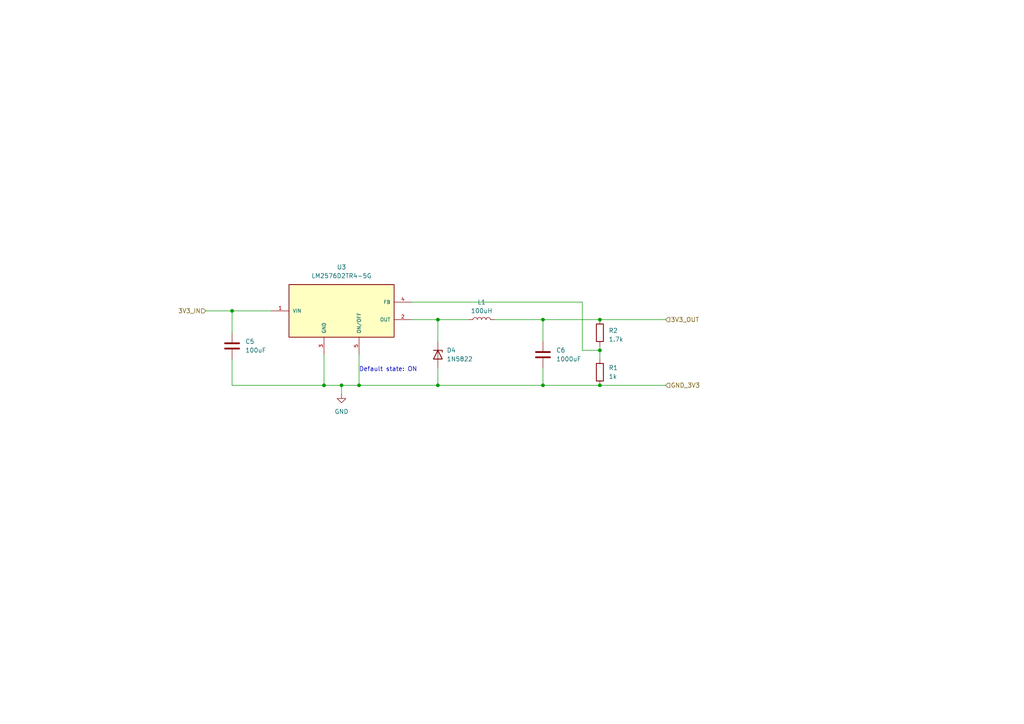
<source format=kicad_sch>
(kicad_sch (version 20230121) (generator eeschema)

  (uuid fb9c0a7f-9357-4781-9897-3e5f500111bb)

  (paper "A4")

  (lib_symbols
    (symbol "Device:C" (pin_numbers hide) (pin_names (offset 0.254)) (in_bom yes) (on_board yes)
      (property "Reference" "C" (at 0.635 2.54 0)
        (effects (font (size 1.27 1.27)) (justify left))
      )
      (property "Value" "C" (at 0.635 -2.54 0)
        (effects (font (size 1.27 1.27)) (justify left))
      )
      (property "Footprint" "" (at 0.9652 -3.81 0)
        (effects (font (size 1.27 1.27)) hide)
      )
      (property "Datasheet" "~" (at 0 0 0)
        (effects (font (size 1.27 1.27)) hide)
      )
      (property "ki_keywords" "cap capacitor" (at 0 0 0)
        (effects (font (size 1.27 1.27)) hide)
      )
      (property "ki_description" "Unpolarized capacitor" (at 0 0 0)
        (effects (font (size 1.27 1.27)) hide)
      )
      (property "ki_fp_filters" "C_*" (at 0 0 0)
        (effects (font (size 1.27 1.27)) hide)
      )
      (symbol "C_0_1"
        (polyline
          (pts
            (xy -2.032 -0.762)
            (xy 2.032 -0.762)
          )
          (stroke (width 0.508) (type default))
          (fill (type none))
        )
        (polyline
          (pts
            (xy -2.032 0.762)
            (xy 2.032 0.762)
          )
          (stroke (width 0.508) (type default))
          (fill (type none))
        )
      )
      (symbol "C_1_1"
        (pin passive line (at 0 3.81 270) (length 2.794)
          (name "~" (effects (font (size 1.27 1.27))))
          (number "1" (effects (font (size 1.27 1.27))))
        )
        (pin passive line (at 0 -3.81 90) (length 2.794)
          (name "~" (effects (font (size 1.27 1.27))))
          (number "2" (effects (font (size 1.27 1.27))))
        )
      )
    )
    (symbol "Device:D_Zener" (pin_numbers hide) (pin_names (offset 1.016) hide) (in_bom yes) (on_board yes)
      (property "Reference" "D" (at 0 2.54 0)
        (effects (font (size 1.27 1.27)))
      )
      (property "Value" "D_Zener" (at 0 -2.54 0)
        (effects (font (size 1.27 1.27)))
      )
      (property "Footprint" "" (at 0 0 0)
        (effects (font (size 1.27 1.27)) hide)
      )
      (property "Datasheet" "~" (at 0 0 0)
        (effects (font (size 1.27 1.27)) hide)
      )
      (property "ki_keywords" "diode" (at 0 0 0)
        (effects (font (size 1.27 1.27)) hide)
      )
      (property "ki_description" "Zener diode" (at 0 0 0)
        (effects (font (size 1.27 1.27)) hide)
      )
      (property "ki_fp_filters" "TO-???* *_Diode_* *SingleDiode* D_*" (at 0 0 0)
        (effects (font (size 1.27 1.27)) hide)
      )
      (symbol "D_Zener_0_1"
        (polyline
          (pts
            (xy 1.27 0)
            (xy -1.27 0)
          )
          (stroke (width 0) (type default))
          (fill (type none))
        )
        (polyline
          (pts
            (xy -1.27 -1.27)
            (xy -1.27 1.27)
            (xy -0.762 1.27)
          )
          (stroke (width 0.254) (type default))
          (fill (type none))
        )
        (polyline
          (pts
            (xy 1.27 -1.27)
            (xy 1.27 1.27)
            (xy -1.27 0)
            (xy 1.27 -1.27)
          )
          (stroke (width 0.254) (type default))
          (fill (type none))
        )
      )
      (symbol "D_Zener_1_1"
        (pin passive line (at -3.81 0 0) (length 2.54)
          (name "K" (effects (font (size 1.27 1.27))))
          (number "1" (effects (font (size 1.27 1.27))))
        )
        (pin passive line (at 3.81 0 180) (length 2.54)
          (name "A" (effects (font (size 1.27 1.27))))
          (number "2" (effects (font (size 1.27 1.27))))
        )
      )
    )
    (symbol "Device:L" (pin_numbers hide) (pin_names (offset 1.016) hide) (in_bom yes) (on_board yes)
      (property "Reference" "L" (at -1.27 0 90)
        (effects (font (size 1.27 1.27)))
      )
      (property "Value" "L" (at 1.905 0 90)
        (effects (font (size 1.27 1.27)))
      )
      (property "Footprint" "" (at 0 0 0)
        (effects (font (size 1.27 1.27)) hide)
      )
      (property "Datasheet" "~" (at 0 0 0)
        (effects (font (size 1.27 1.27)) hide)
      )
      (property "ki_keywords" "inductor choke coil reactor magnetic" (at 0 0 0)
        (effects (font (size 1.27 1.27)) hide)
      )
      (property "ki_description" "Inductor" (at 0 0 0)
        (effects (font (size 1.27 1.27)) hide)
      )
      (property "ki_fp_filters" "Choke_* *Coil* Inductor_* L_*" (at 0 0 0)
        (effects (font (size 1.27 1.27)) hide)
      )
      (symbol "L_0_1"
        (arc (start 0 -2.54) (mid 0.6323 -1.905) (end 0 -1.27)
          (stroke (width 0) (type default))
          (fill (type none))
        )
        (arc (start 0 -1.27) (mid 0.6323 -0.635) (end 0 0)
          (stroke (width 0) (type default))
          (fill (type none))
        )
        (arc (start 0 0) (mid 0.6323 0.635) (end 0 1.27)
          (stroke (width 0) (type default))
          (fill (type none))
        )
        (arc (start 0 1.27) (mid 0.6323 1.905) (end 0 2.54)
          (stroke (width 0) (type default))
          (fill (type none))
        )
      )
      (symbol "L_1_1"
        (pin passive line (at 0 3.81 270) (length 1.27)
          (name "1" (effects (font (size 1.27 1.27))))
          (number "1" (effects (font (size 1.27 1.27))))
        )
        (pin passive line (at 0 -3.81 90) (length 1.27)
          (name "2" (effects (font (size 1.27 1.27))))
          (number "2" (effects (font (size 1.27 1.27))))
        )
      )
    )
    (symbol "Device:R" (pin_numbers hide) (pin_names (offset 0)) (in_bom yes) (on_board yes)
      (property "Reference" "R" (at 2.032 0 90)
        (effects (font (size 1.27 1.27)))
      )
      (property "Value" "R" (at 0 0 90)
        (effects (font (size 1.27 1.27)))
      )
      (property "Footprint" "" (at -1.778 0 90)
        (effects (font (size 1.27 1.27)) hide)
      )
      (property "Datasheet" "~" (at 0 0 0)
        (effects (font (size 1.27 1.27)) hide)
      )
      (property "ki_keywords" "R res resistor" (at 0 0 0)
        (effects (font (size 1.27 1.27)) hide)
      )
      (property "ki_description" "Resistor" (at 0 0 0)
        (effects (font (size 1.27 1.27)) hide)
      )
      (property "ki_fp_filters" "R_*" (at 0 0 0)
        (effects (font (size 1.27 1.27)) hide)
      )
      (symbol "R_0_1"
        (rectangle (start -1.016 -2.54) (end 1.016 2.54)
          (stroke (width 0.254) (type default))
          (fill (type none))
        )
      )
      (symbol "R_1_1"
        (pin passive line (at 0 3.81 270) (length 1.27)
          (name "~" (effects (font (size 1.27 1.27))))
          (number "1" (effects (font (size 1.27 1.27))))
        )
        (pin passive line (at 0 -3.81 90) (length 1.27)
          (name "~" (effects (font (size 1.27 1.27))))
          (number "2" (effects (font (size 1.27 1.27))))
        )
      )
    )
    (symbol "FCPB_Parts:LM2576D2TR4-5G" (pin_names (offset 1.016)) (in_bom yes) (on_board yes)
      (property "Reference" "U" (at -17.8054 -20.3454 0)
        (effects (font (size 1.27 1.27)) (justify left bottom))
      )
      (property "Value" "LM2576D2TR4-5G" (at -17.8054 -22.8854 0)
        (effects (font (size 1.27 1.27)) (justify left bottom))
      )
      (property "Footprint" "D2PAK-5" (at 0 0 0)
        (effects (font (size 1.27 1.27)) (justify left bottom) hide)
      )
      (property "Datasheet" "" (at 0 0 0)
        (effects (font (size 1.27 1.27)) (justify left bottom) hide)
      )
      (property "ki_locked" "" (at 0 0 0)
        (effects (font (size 1.27 1.27)))
      )
      (symbol "LM2576D2TR4-5G_0_0"
        (rectangle (start -15.24 -7.62) (end 15.24 7.62)
          (stroke (width 0.254) (type solid))
          (fill (type background))
        )
        (pin input line (at -20.32 0 0) (length 5.08)
          (name "VIN" (effects (font (size 1.016 1.016))))
          (number "1" (effects (font (size 1.016 1.016))))
        )
        (pin output line (at 20.32 -2.54 180) (length 5.08)
          (name "OUT" (effects (font (size 1.016 1.016))))
          (number "2" (effects (font (size 1.016 1.016))))
        )
        (pin passive line (at -5.08 -12.7 90) (length 5.08)
          (name "GND" (effects (font (size 1.016 1.016))))
          (number "3" (effects (font (size 1.016 1.016))))
        )
        (pin output line (at 20.32 2.54 180) (length 5.08)
          (name "FB" (effects (font (size 1.016 1.016))))
          (number "4" (effects (font (size 1.016 1.016))))
        )
        (pin input line (at 5.08 -12.7 90) (length 5.08)
          (name "ON/OFF" (effects (font (size 1.016 1.016))))
          (number "5" (effects (font (size 1.016 1.016))))
        )
      )
    )
    (symbol "power:GND" (power) (pin_names (offset 0)) (in_bom yes) (on_board yes)
      (property "Reference" "#PWR" (at 0 -6.35 0)
        (effects (font (size 1.27 1.27)) hide)
      )
      (property "Value" "GND" (at 0 -3.81 0)
        (effects (font (size 1.27 1.27)))
      )
      (property "Footprint" "" (at 0 0 0)
        (effects (font (size 1.27 1.27)) hide)
      )
      (property "Datasheet" "" (at 0 0 0)
        (effects (font (size 1.27 1.27)) hide)
      )
      (property "ki_keywords" "global power" (at 0 0 0)
        (effects (font (size 1.27 1.27)) hide)
      )
      (property "ki_description" "Power symbol creates a global label with name \"GND\" , ground" (at 0 0 0)
        (effects (font (size 1.27 1.27)) hide)
      )
      (symbol "GND_0_1"
        (polyline
          (pts
            (xy 0 0)
            (xy 0 -1.27)
            (xy 1.27 -1.27)
            (xy 0 -2.54)
            (xy -1.27 -1.27)
            (xy 0 -1.27)
          )
          (stroke (width 0) (type default))
          (fill (type none))
        )
      )
      (symbol "GND_1_1"
        (pin power_in line (at 0 0 270) (length 0) hide
          (name "GND" (effects (font (size 1.27 1.27))))
          (number "1" (effects (font (size 1.27 1.27))))
        )
      )
    )
  )

  (junction (at 127 111.76) (diameter 0) (color 0 0 0 0)
    (uuid 1da83381-8924-43f6-8c01-0fdd981e0a3e)
  )
  (junction (at 157.48 92.71) (diameter 0) (color 0 0 0 0)
    (uuid 309b71d7-a11b-499d-8439-0d953225b424)
  )
  (junction (at 93.98 111.76) (diameter 0) (color 0 0 0 0)
    (uuid 40257d90-474c-4e63-8ab1-a1c7dce4bf2b)
  )
  (junction (at 104.14 111.76) (diameter 0) (color 0 0 0 0)
    (uuid 52858e7b-8ebb-4cb7-9ad2-40fb80e94d87)
  )
  (junction (at 173.99 111.76) (diameter 0) (color 0 0 0 0)
    (uuid 554e2130-83ca-4246-aeca-064ad1b08a80)
  )
  (junction (at 99.06 111.76) (diameter 0) (color 0 0 0 0)
    (uuid 774dd381-f705-4777-957c-97b50c346c16)
  )
  (junction (at 173.99 92.71) (diameter 0) (color 0 0 0 0)
    (uuid 83e0236e-9286-4d29-a8ba-7b5f6b3512ec)
  )
  (junction (at 157.48 111.76) (diameter 0) (color 0 0 0 0)
    (uuid 914440ad-bf9b-4426-b47a-fffa40e3b7fe)
  )
  (junction (at 127 92.71) (diameter 0) (color 0 0 0 0)
    (uuid a94ff863-260b-44d1-b6e8-5de3eb98b142)
  )
  (junction (at 173.99 101.6) (diameter 0) (color 0 0 0 0)
    (uuid af57ff69-379d-40a3-9156-f339d252b6e2)
  )
  (junction (at 67.31 90.17) (diameter 0) (color 0 0 0 0)
    (uuid c0869b4b-86f4-486c-ac48-fa2732bed805)
  )

  (wire (pts (xy 157.48 111.76) (xy 127 111.76))
    (stroke (width 0) (type default))
    (uuid 02d7ff43-82b6-41c6-a2b2-69ab09304233)
  )
  (wire (pts (xy 157.48 111.76) (xy 173.99 111.76))
    (stroke (width 0) (type default))
    (uuid 0947bc34-40dc-4fce-bef1-4d6370ad3742)
  )
  (wire (pts (xy 157.48 106.68) (xy 157.48 111.76))
    (stroke (width 0) (type default))
    (uuid 2017af12-81f0-4838-bb75-5c52d1bb716d)
  )
  (wire (pts (xy 104.14 102.87) (xy 104.14 111.76))
    (stroke (width 0) (type default))
    (uuid 23aa9ee3-6bc0-4e15-8edc-c09422d45815)
  )
  (wire (pts (xy 157.48 92.71) (xy 157.48 99.06))
    (stroke (width 0) (type default))
    (uuid 25c3c91d-d316-4972-b0a4-ce58e5041209)
  )
  (wire (pts (xy 173.99 92.71) (xy 193.04 92.71))
    (stroke (width 0) (type default))
    (uuid 2a8677bd-f925-4844-a136-bd5aa304d8cc)
  )
  (wire (pts (xy 143.51 92.71) (xy 157.48 92.71))
    (stroke (width 0) (type default))
    (uuid 2faf0868-3347-4918-9130-8f4f09a3caed)
  )
  (wire (pts (xy 99.06 111.76) (xy 104.14 111.76))
    (stroke (width 0) (type default))
    (uuid 344f081a-d76c-42a3-87ec-32280ad41630)
  )
  (wire (pts (xy 93.98 111.76) (xy 67.31 111.76))
    (stroke (width 0) (type default))
    (uuid 381d9457-6d80-4c47-b874-bc2bd061df9f)
  )
  (wire (pts (xy 67.31 104.14) (xy 67.31 111.76))
    (stroke (width 0) (type default))
    (uuid 510d0f16-4159-4146-a747-1aad2bee08bc)
  )
  (wire (pts (xy 173.99 100.33) (xy 173.99 101.6))
    (stroke (width 0) (type default))
    (uuid 6771486b-ca50-43c8-9f57-b78295b99a2e)
  )
  (wire (pts (xy 127 92.71) (xy 135.89 92.71))
    (stroke (width 0) (type default))
    (uuid 69afd641-ecb2-4d27-9f8b-000ebd04b59c)
  )
  (wire (pts (xy 173.99 111.76) (xy 193.04 111.76))
    (stroke (width 0) (type default))
    (uuid 6a203832-fa65-465a-9340-7c9d141bb700)
  )
  (wire (pts (xy 168.91 87.63) (xy 168.91 101.6))
    (stroke (width 0) (type default))
    (uuid 6e41c44e-2777-4539-a1f4-c11cd69098a3)
  )
  (wire (pts (xy 157.48 92.71) (xy 173.99 92.71))
    (stroke (width 0) (type default))
    (uuid 6e7d37b6-ca39-467c-b6bd-cb78285b36dd)
  )
  (wire (pts (xy 119.38 87.63) (xy 168.91 87.63))
    (stroke (width 0) (type default))
    (uuid 8a47c373-b8c7-4ea0-bc4b-003396a45009)
  )
  (wire (pts (xy 173.99 101.6) (xy 173.99 104.14))
    (stroke (width 0) (type default))
    (uuid 989f858e-7d69-4df6-8bc9-e9205068a143)
  )
  (wire (pts (xy 127 92.71) (xy 127 99.06))
    (stroke (width 0) (type default))
    (uuid 990b917d-2d6a-4723-a683-fc66119978cc)
  )
  (wire (pts (xy 67.31 90.17) (xy 78.74 90.17))
    (stroke (width 0) (type default))
    (uuid a1c9d827-a968-4a01-b741-e51e8efb6db7)
  )
  (wire (pts (xy 67.31 90.17) (xy 67.31 96.52))
    (stroke (width 0) (type default))
    (uuid a3925981-68fc-413d-a730-8c58230a076b)
  )
  (wire (pts (xy 93.98 102.87) (xy 93.98 111.76))
    (stroke (width 0) (type default))
    (uuid a993eeea-b98b-4823-942c-dbdc693aad07)
  )
  (wire (pts (xy 59.69 90.17) (xy 67.31 90.17))
    (stroke (width 0) (type default))
    (uuid bbdf4616-c033-4331-a5e2-3b06853a0267)
  )
  (wire (pts (xy 99.06 111.76) (xy 93.98 111.76))
    (stroke (width 0) (type default))
    (uuid c13ab7f0-05a0-4ece-819f-940f8173b2fa)
  )
  (wire (pts (xy 104.14 111.76) (xy 127 111.76))
    (stroke (width 0) (type default))
    (uuid c362aca7-ce3a-470d-9a9c-3c7b155d5318)
  )
  (wire (pts (xy 127 106.68) (xy 127 111.76))
    (stroke (width 0) (type default))
    (uuid c75e63f4-664a-42b6-8441-58a537fcc421)
  )
  (wire (pts (xy 168.91 101.6) (xy 173.99 101.6))
    (stroke (width 0) (type default))
    (uuid f0823178-c3ba-4bac-aebe-018edbebca2b)
  )
  (wire (pts (xy 119.38 92.71) (xy 127 92.71))
    (stroke (width 0) (type default))
    (uuid f1abf092-e748-4481-9c19-07effae96029)
  )
  (wire (pts (xy 99.06 111.76) (xy 99.06 114.3))
    (stroke (width 0) (type default))
    (uuid f986ed61-c78f-4c52-88a1-f545fae4e3bf)
  )

  (text "Default state: ON\n" (at 104.14 107.95 0)
    (effects (font (size 1.27 1.27)) (justify left bottom))
    (uuid 8cce2cce-a01e-4a7f-8cf2-6d8332cd7318)
  )

  (hierarchical_label "3V3_IN" (shape input) (at 59.69 90.17 180) (fields_autoplaced)
    (effects (font (size 1.27 1.27)) (justify right))
    (uuid 2289e68f-76f9-4654-92fb-429b523838a4)
  )
  (hierarchical_label "GND_3V3" (shape input) (at 193.04 111.76 0) (fields_autoplaced)
    (effects (font (size 1.27 1.27)) (justify left))
    (uuid 7f2d0478-c9e4-4157-b805-318deead338a)
  )
  (hierarchical_label "3V3_OUT" (shape input) (at 193.04 92.71 0) (fields_autoplaced)
    (effects (font (size 1.27 1.27)) (justify left))
    (uuid b257ddd2-54f1-4fbd-b60b-6e1e129db832)
  )

  (symbol (lib_id "power:GND") (at 99.06 114.3 0) (unit 1)
    (in_bom yes) (on_board yes) (dnp no) (fields_autoplaced)
    (uuid 2b19a63e-69f6-4347-8e20-c12f2bcbf756)
    (property "Reference" "#PWR02" (at 99.06 120.65 0)
      (effects (font (size 1.27 1.27)) hide)
    )
    (property "Value" "GND" (at 99.06 119.38 0)
      (effects (font (size 1.27 1.27)))
    )
    (property "Footprint" "" (at 99.06 114.3 0)
      (effects (font (size 1.27 1.27)) hide)
    )
    (property "Datasheet" "" (at 99.06 114.3 0)
      (effects (font (size 1.27 1.27)) hide)
    )
    (pin "1" (uuid 0c876871-b171-4cc0-b56f-5f2d72ae936d))
    (instances
      (project "FCBoard"
        (path "/7aefa7f6-8562-49e0-9457-229f56bba97d"
          (reference "#PWR02") (unit 1)
        )
        (path "/7aefa7f6-8562-49e0-9457-229f56bba97d/77d9adcb-24d8-4977-9c09-015b5d5133e2"
          (reference "#PWR04") (unit 1)
        )
        (path "/7aefa7f6-8562-49e0-9457-229f56bba97d/9e80fa1a-98b7-4d47-927e-6240f4f10789"
          (reference "#PWR07") (unit 1)
        )
        (path "/7aefa7f6-8562-49e0-9457-229f56bba97d/3c42bada-3291-4532-8c9b-7a05acb6978c"
          (reference "#PWR021") (unit 1)
        )
      )
    )
  )

  (symbol (lib_id "Device:R") (at 173.99 107.95 0) (unit 1)
    (in_bom yes) (on_board yes) (dnp no) (fields_autoplaced)
    (uuid 89f233e2-d466-435a-a0d3-d9acadc5cef3)
    (property "Reference" "R1" (at 176.53 106.68 0)
      (effects (font (size 1.27 1.27)) (justify left))
    )
    (property "Value" "1k" (at 176.53 109.22 0)
      (effects (font (size 1.27 1.27)) (justify left))
    )
    (property "Footprint" "" (at 172.212 107.95 90)
      (effects (font (size 1.27 1.27)) hide)
    )
    (property "Datasheet" "~" (at 173.99 107.95 0)
      (effects (font (size 1.27 1.27)) hide)
    )
    (pin "1" (uuid d12da4ad-496f-4a51-8e73-7f13d3f63349))
    (pin "2" (uuid aa249933-4351-431f-b013-617b77c63161))
    (instances
      (project "FCBoard"
        (path "/7aefa7f6-8562-49e0-9457-229f56bba97d"
          (reference "R1") (unit 1)
        )
        (path "/7aefa7f6-8562-49e0-9457-229f56bba97d/77d9adcb-24d8-4977-9c09-015b5d5133e2"
          (reference "R5") (unit 1)
        )
        (path "/7aefa7f6-8562-49e0-9457-229f56bba97d/9e80fa1a-98b7-4d47-927e-6240f4f10789"
          (reference "R9") (unit 1)
        )
        (path "/7aefa7f6-8562-49e0-9457-229f56bba97d/3c42bada-3291-4532-8c9b-7a05acb6978c"
          (reference "R11") (unit 1)
        )
      )
    )
  )

  (symbol (lib_id "Device:L") (at 139.7 92.71 90) (unit 1)
    (in_bom yes) (on_board yes) (dnp no) (fields_autoplaced)
    (uuid 8c2043eb-28d7-4797-b2a7-004723da9dbf)
    (property "Reference" "L1" (at 139.7 87.63 90)
      (effects (font (size 1.27 1.27)))
    )
    (property "Value" "100uH" (at 139.7 90.17 90)
      (effects (font (size 1.27 1.27)))
    )
    (property "Footprint" "" (at 139.7 92.71 0)
      (effects (font (size 1.27 1.27)) hide)
    )
    (property "Datasheet" "~" (at 139.7 92.71 0)
      (effects (font (size 1.27 1.27)) hide)
    )
    (pin "1" (uuid d1056cfe-2297-40d7-9cce-63618e91bc67))
    (pin "2" (uuid 49c636ad-57ab-490b-a64a-92932820aae4))
    (instances
      (project "FCBoard"
        (path "/7aefa7f6-8562-49e0-9457-229f56bba97d"
          (reference "L1") (unit 1)
        )
        (path "/7aefa7f6-8562-49e0-9457-229f56bba97d/77d9adcb-24d8-4977-9c09-015b5d5133e2"
          (reference "L2") (unit 1)
        )
        (path "/7aefa7f6-8562-49e0-9457-229f56bba97d/9e80fa1a-98b7-4d47-927e-6240f4f10789"
          (reference "L3") (unit 1)
        )
        (path "/7aefa7f6-8562-49e0-9457-229f56bba97d/3c42bada-3291-4532-8c9b-7a05acb6978c"
          (reference "L4") (unit 1)
        )
      )
    )
  )

  (symbol (lib_id "Device:C") (at 157.48 102.87 0) (unit 1)
    (in_bom yes) (on_board yes) (dnp no) (fields_autoplaced)
    (uuid a5f3e4a7-cea4-43ab-839a-916e401f10e2)
    (property "Reference" "C6" (at 161.29 101.6 0)
      (effects (font (size 1.27 1.27)) (justify left))
    )
    (property "Value" "1000uF" (at 161.29 104.14 0)
      (effects (font (size 1.27 1.27)) (justify left))
    )
    (property "Footprint" "" (at 158.4452 106.68 0)
      (effects (font (size 1.27 1.27)) hide)
    )
    (property "Datasheet" "~" (at 157.48 102.87 0)
      (effects (font (size 1.27 1.27)) hide)
    )
    (pin "1" (uuid 240041a5-74fd-4b17-a4c6-7ee75088f809))
    (pin "2" (uuid 987f9ac9-4e65-40db-88e4-e14a303b82de))
    (instances
      (project "FCBoard"
        (path "/7aefa7f6-8562-49e0-9457-229f56bba97d"
          (reference "C6") (unit 1)
        )
        (path "/7aefa7f6-8562-49e0-9457-229f56bba97d/77d9adcb-24d8-4977-9c09-015b5d5133e2"
          (reference "C8") (unit 1)
        )
        (path "/7aefa7f6-8562-49e0-9457-229f56bba97d/9e80fa1a-98b7-4d47-927e-6240f4f10789"
          (reference "C10") (unit 1)
        )
        (path "/7aefa7f6-8562-49e0-9457-229f56bba97d/3c42bada-3291-4532-8c9b-7a05acb6978c"
          (reference "C18") (unit 1)
        )
      )
    )
  )

  (symbol (lib_id "Device:C") (at 67.31 100.33 0) (unit 1)
    (in_bom yes) (on_board yes) (dnp no) (fields_autoplaced)
    (uuid af1bde5e-7b83-4d0b-8a4a-6d3ad96e69c9)
    (property "Reference" "C5" (at 71.12 99.06 0)
      (effects (font (size 1.27 1.27)) (justify left))
    )
    (property "Value" "100uF" (at 71.12 101.6 0)
      (effects (font (size 1.27 1.27)) (justify left))
    )
    (property "Footprint" "" (at 68.2752 104.14 0)
      (effects (font (size 1.27 1.27)) hide)
    )
    (property "Datasheet" "~" (at 67.31 100.33 0)
      (effects (font (size 1.27 1.27)) hide)
    )
    (pin "1" (uuid 28d1fa8f-d46e-4e1b-ab17-1edde4634038))
    (pin "2" (uuid 0f062f79-58d7-4b24-b81d-1bf91620b3ac))
    (instances
      (project "FCBoard"
        (path "/7aefa7f6-8562-49e0-9457-229f56bba97d"
          (reference "C5") (unit 1)
        )
        (path "/7aefa7f6-8562-49e0-9457-229f56bba97d/77d9adcb-24d8-4977-9c09-015b5d5133e2"
          (reference "C7") (unit 1)
        )
        (path "/7aefa7f6-8562-49e0-9457-229f56bba97d/9e80fa1a-98b7-4d47-927e-6240f4f10789"
          (reference "C9") (unit 1)
        )
        (path "/7aefa7f6-8562-49e0-9457-229f56bba97d/3c42bada-3291-4532-8c9b-7a05acb6978c"
          (reference "C17") (unit 1)
        )
      )
    )
  )

  (symbol (lib_id "FCPB_Parts:LM2576D2TR4-5G") (at 99.06 90.17 0) (unit 1)
    (in_bom yes) (on_board yes) (dnp no) (fields_autoplaced)
    (uuid ccd5052b-5b6a-4545-baef-7816de6d2b43)
    (property "Reference" "U3" (at 99.06 77.47 0)
      (effects (font (size 1.27 1.27)))
    )
    (property "Value" "LM2576D2TR4-5G" (at 99.06 80.01 0)
      (effects (font (size 1.27 1.27)))
    )
    (property "Footprint" "D2PAK-5" (at 99.06 90.17 0)
      (effects (font (size 1.27 1.27)) (justify left bottom) hide)
    )
    (property "Datasheet" "" (at 99.06 90.17 0)
      (effects (font (size 1.27 1.27)) (justify left bottom) hide)
    )
    (pin "1" (uuid 6a561101-dbc1-482c-8c9a-4228ddecaca3))
    (pin "2" (uuid 5b2d6237-1949-4449-a1bd-ed4986538704))
    (pin "3" (uuid 929da419-080e-4b7d-820f-627d66c5e6ad))
    (pin "4" (uuid 022720d8-8668-421f-b9db-ed0b5183f059))
    (pin "5" (uuid 84e3cfec-c206-412c-a837-469f8fd22062))
    (instances
      (project "FCBoard"
        (path "/7aefa7f6-8562-49e0-9457-229f56bba97d/77d9adcb-24d8-4977-9c09-015b5d5133e2"
          (reference "U3") (unit 1)
        )
        (path "/7aefa7f6-8562-49e0-9457-229f56bba97d/9e80fa1a-98b7-4d47-927e-6240f4f10789"
          (reference "U4") (unit 1)
        )
        (path "/7aefa7f6-8562-49e0-9457-229f56bba97d/3c42bada-3291-4532-8c9b-7a05acb6978c"
          (reference "U6") (unit 1)
        )
      )
    )
  )

  (symbol (lib_id "Device:R") (at 173.99 96.52 0) (unit 1)
    (in_bom yes) (on_board yes) (dnp no) (fields_autoplaced)
    (uuid d0eab2a2-f5b7-4eed-8790-25fd11225f01)
    (property "Reference" "R2" (at 176.53 95.885 0)
      (effects (font (size 1.27 1.27)) (justify left))
    )
    (property "Value" "1.7k" (at 176.53 98.425 0)
      (effects (font (size 1.27 1.27)) (justify left))
    )
    (property "Footprint" "" (at 172.212 96.52 90)
      (effects (font (size 1.27 1.27)) hide)
    )
    (property "Datasheet" "~" (at 173.99 96.52 0)
      (effects (font (size 1.27 1.27)) hide)
    )
    (pin "1" (uuid b464f1f9-8eb7-402c-9b3a-cfaeb9e5a98b))
    (pin "2" (uuid 14ae9b05-c4a7-45e5-8e55-ebc762768b78))
    (instances
      (project "FCBoard"
        (path "/7aefa7f6-8562-49e0-9457-229f56bba97d"
          (reference "R2") (unit 1)
        )
        (path "/7aefa7f6-8562-49e0-9457-229f56bba97d/77d9adcb-24d8-4977-9c09-015b5d5133e2"
          (reference "R4") (unit 1)
        )
        (path "/7aefa7f6-8562-49e0-9457-229f56bba97d/9e80fa1a-98b7-4d47-927e-6240f4f10789"
          (reference "R7") (unit 1)
        )
        (path "/7aefa7f6-8562-49e0-9457-229f56bba97d/3c42bada-3291-4532-8c9b-7a05acb6978c"
          (reference "R10") (unit 1)
        )
      )
    )
  )

  (symbol (lib_id "Device:D_Zener") (at 127 102.87 270) (unit 1)
    (in_bom yes) (on_board yes) (dnp no) (fields_autoplaced)
    (uuid d6f63086-14bc-4fa8-9e46-8a3426974f38)
    (property "Reference" "D4" (at 129.54 101.6 90)
      (effects (font (size 1.27 1.27)) (justify left))
    )
    (property "Value" "1N5822" (at 129.54 104.14 90)
      (effects (font (size 1.27 1.27)) (justify left))
    )
    (property "Footprint" "" (at 127 102.87 0)
      (effects (font (size 1.27 1.27)) hide)
    )
    (property "Datasheet" "~" (at 127 102.87 0)
      (effects (font (size 1.27 1.27)) hide)
    )
    (pin "1" (uuid 9921fe13-4bec-4f48-9f64-2995fe30fb71))
    (pin "2" (uuid 75ec26ad-eb57-46ae-a57f-06282d532f1c))
    (instances
      (project "FCBoard"
        (path "/7aefa7f6-8562-49e0-9457-229f56bba97d"
          (reference "D4") (unit 1)
        )
        (path "/7aefa7f6-8562-49e0-9457-229f56bba97d/77d9adcb-24d8-4977-9c09-015b5d5133e2"
          (reference "D7") (unit 1)
        )
        (path "/7aefa7f6-8562-49e0-9457-229f56bba97d/9e80fa1a-98b7-4d47-927e-6240f4f10789"
          (reference "D12") (unit 1)
        )
        (path "/7aefa7f6-8562-49e0-9457-229f56bba97d/3c42bada-3291-4532-8c9b-7a05acb6978c"
          (reference "D13") (unit 1)
        )
      )
    )
  )
)

</source>
